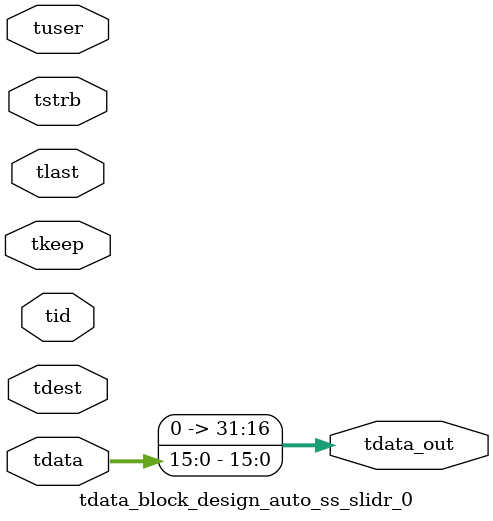
<source format=v>


`timescale 1ps/1ps

module tdata_block_design_auto_ss_slidr_0 #
(
parameter C_S_AXIS_TDATA_WIDTH = 32,
parameter C_S_AXIS_TUSER_WIDTH = 0,
parameter C_S_AXIS_TID_WIDTH   = 0,
parameter C_S_AXIS_TDEST_WIDTH = 0,
parameter C_M_AXIS_TDATA_WIDTH = 32
)
(
input  [(C_S_AXIS_TDATA_WIDTH == 0 ? 1 : C_S_AXIS_TDATA_WIDTH)-1:0     ] tdata,
input  [(C_S_AXIS_TUSER_WIDTH == 0 ? 1 : C_S_AXIS_TUSER_WIDTH)-1:0     ] tuser,
input  [(C_S_AXIS_TID_WIDTH   == 0 ? 1 : C_S_AXIS_TID_WIDTH)-1:0       ] tid,
input  [(C_S_AXIS_TDEST_WIDTH == 0 ? 1 : C_S_AXIS_TDEST_WIDTH)-1:0     ] tdest,
input  [(C_S_AXIS_TDATA_WIDTH/8)-1:0 ] tkeep,
input  [(C_S_AXIS_TDATA_WIDTH/8)-1:0 ] tstrb,
input                                                                    tlast,
output [C_M_AXIS_TDATA_WIDTH-1:0] tdata_out
);

assign tdata_out = {tdata[15:0]};

endmodule


</source>
